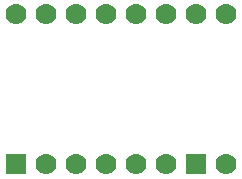
<source format=gtp>
G04 MADE WITH FRITZING*
G04 WWW.FRITZING.ORG*
G04 DOUBLE SIDED*
G04 HOLES PLATED*
G04 CONTOUR ON CENTER OF CONTOUR VECTOR*
%ASAXBY*%
%FSLAX23Y23*%
%MOIN*%
%OFA0B0*%
%SFA1.0B1.0*%
%ADD10C,0.070000*%
%ADD11R,0.070000X0.070000*%
%ADD12R,0.001000X0.001000*%
%LNPASTEMASK1*%
G90*
G70*
G54D10*
X3591Y3003D03*
X3591Y2503D03*
X3491Y3003D03*
X3491Y2503D03*
X3391Y3003D03*
X3391Y2503D03*
X3291Y3003D03*
X3291Y2503D03*
X3191Y3003D03*
X3191Y2503D03*
X3091Y3003D03*
X3091Y2503D03*
X2991Y3003D03*
X2991Y2503D03*
X2891Y3003D03*
X2891Y2503D03*
G54D11*
X2891Y2503D03*
X3491Y2503D03*
G54D12*
D02*
G04 End of PasteMask1*
M02*
</source>
